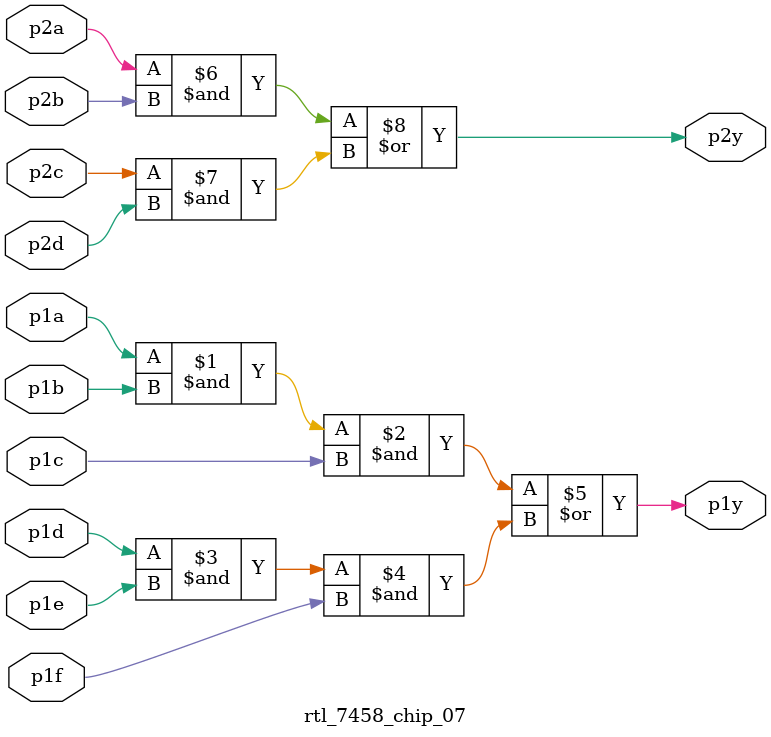
<source format=v>
`timescale 1ns/1ps

module rtl_7458_chip_07(
    input p1a, p1b, p1c, p1d, p1e, p1f,
    output p1y,
    input p2a, p2b, p2c, p2d,
    output p2y );
    
    assign p1y = (p1a&p1b&p1c)|(p1d&p1e&p1f) ;
    assign p2y = (p2a&p2b)|(p2c&p2d) ;
    
endmodule
</source>
